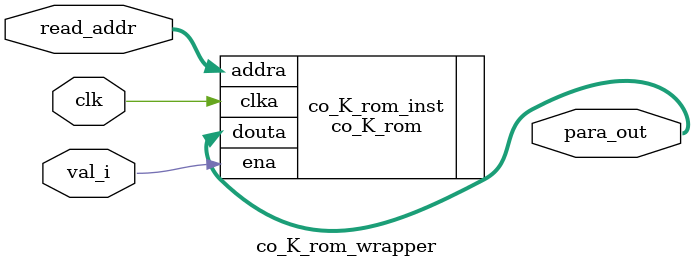
<source format=v>
`timescale 1ns / 1ps


module co_K_rom_wrapper(
    input       clk,
    input       val_i,
    input [9:0] read_addr,
    output [19:0] para_out
    );
    
    co_K_rom co_K_rom_inst (
      .clka(clk),    // input wire clka
      .ena(val_i),
      .addra(read_addr),  // input wire [9 : 0] addra
      .douta(para_out)  // output wire [35 : 0] douta
    );
endmodule

</source>
